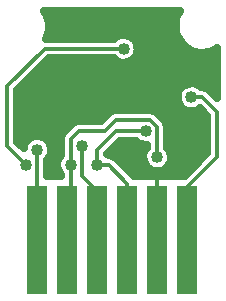
<source format=gbr>
G04 DipTrace 2.4.0.2*
%INBottom.gbr*%
%MOIN*%
%ADD13C,0.013*%
%ADD14C,0.025*%
%ADD16R,0.065X0.36*%
%ADD20C,0.04*%
%FSLAX44Y44*%
G04*
G70*
G90*
G75*
G01*
%LNBottom*%
%LPD*%
X1500Y1875D2*
D13*
Y3875D1*
X2250Y4625D1*
Y6875D1*
X1500Y7625D1*
X-1125D1*
X-500Y4375D2*
Y4875D1*
X125Y5500D1*
X1125D1*
X500Y1875D2*
Y3750D1*
X-125Y4375D1*
X-500D1*
X-1500Y1875D2*
X-1375D1*
Y4375D1*
Y5250D1*
X-1125Y5500D1*
X-250D1*
X125Y5875D1*
X1250D1*
X1500Y5625D1*
Y4625D1*
X-500Y1875D2*
Y3500D1*
X-1000Y4000D1*
Y5000D1*
X2500Y1875D2*
Y3625D1*
X3500Y4625D1*
Y6125D1*
X3000Y6625D1*
X2625D1*
X-2875Y4375D2*
X-3500Y5000D1*
Y7000D1*
X-2250Y8250D1*
X375D1*
X-2500Y1875D2*
Y4875D1*
D20*
X-2875Y4375D3*
X375Y8250D3*
X-2000Y4375D3*
X-1125Y7625D3*
X2625Y6625D3*
X1125Y5500D3*
X-500Y4375D3*
X-1000Y5000D3*
X-2500Y4875D3*
X-1375Y4375D3*
X1500Y4625D3*
X-2121Y9251D2*
D14*
X2121D1*
X-2086Y9003D2*
X2086D1*
X-2121Y8754D2*
X2121D1*
X789Y8505D2*
X2235D1*
X863Y8257D2*
X2485D1*
X796Y8008D2*
X3475D1*
X-2250Y7759D2*
X3475D1*
X-2496Y7510D2*
X3475D1*
X-2746Y7262D2*
X3475D1*
X-2996Y7013D2*
X2344D1*
X2906D2*
X3475D1*
X-3145Y6764D2*
X2157D1*
X-3145Y6516D2*
X2149D1*
X-3145Y6267D2*
X2305D1*
X-3145Y6018D2*
X-222D1*
X1597D2*
X3114D1*
X-3145Y5770D2*
X-1339D1*
X1820D2*
X3145D1*
X-3145Y5521D2*
X-1597D1*
X1855D2*
X3145D1*
X-3145Y5272D2*
X-2765D1*
X-2235D2*
X-1730D1*
X1855D2*
X3145D1*
X-2036Y5024D2*
X-1730D1*
X140D2*
X1145D1*
X1855D2*
X3145D1*
X-2020Y4775D2*
X-1730D1*
X-110D2*
X1036D1*
X1964D2*
X3145D1*
X-2145Y4526D2*
X-1839D1*
X214D2*
X1020D1*
X1980D2*
X2911D1*
X-2145Y4278D2*
X-1855D1*
X464D2*
X1164D1*
X1836D2*
X2661D1*
X-2145Y4029D2*
X-1730D1*
X714D2*
X2411D1*
X-2119Y8875D2*
X-2145Y8753D1*
X-2219Y8578D1*
X-375Y8580D1*
X51D1*
X83Y8612D1*
X189Y8676D1*
X309Y8710D1*
X434Y8711D1*
X554Y8679D1*
X662Y8616D1*
X749Y8527D1*
X809Y8418D1*
X838Y8297D1*
X840Y8250D1*
X823Y8127D1*
X774Y8012D1*
X697Y7914D1*
X596Y7841D1*
X480Y7797D1*
X355Y7785D1*
X233Y7807D1*
X120Y7861D1*
X53Y7920D1*
X-2113D1*
X-3168Y6865D1*
X-3170Y5137D1*
X-2960Y4927D1*
X-2936Y5036D1*
X-2878Y5146D1*
X-2792Y5237D1*
X-2686Y5301D1*
X-2566Y5335D1*
X-2441Y5336D1*
X-2321Y5304D1*
X-2213Y5241D1*
X-2126Y5152D1*
X-2066Y5043D1*
X-2037Y4922D1*
X-2035Y4875D1*
X-2052Y4752D1*
X-2101Y4637D1*
X-2171Y4548D1*
X-2170Y3996D1*
X-1705Y4000D1*
Y4051D1*
X-1793Y4171D1*
X-1832Y4290D1*
X-1838Y4414D1*
X-1811Y4536D1*
X-1753Y4646D1*
X-1708Y4694D1*
X-1705Y5250D1*
X-1682Y5372D1*
X-1608Y5483D1*
X-1358Y5733D1*
X-1256Y5803D1*
X-1125Y5830D1*
X-387D1*
X-108Y6108D1*
X-6Y6178D1*
X125Y6205D1*
X1250D1*
X1372Y6182D1*
X1483Y6108D1*
X1733Y5858D1*
X1803Y5756D1*
X1830Y5625D1*
Y4949D1*
X1874Y4902D1*
X1934Y4793D1*
X1963Y4672D1*
X1965Y4625D1*
X1948Y4502D1*
X1899Y4387D1*
X1822Y4289D1*
X1721Y4216D1*
X1605Y4172D1*
X1480Y4160D1*
X1358Y4182D1*
X1245Y4236D1*
X1151Y4318D1*
X1082Y4421D1*
X1043Y4540D1*
X1037Y4664D1*
X1064Y4786D1*
X1122Y4896D1*
X1167Y4944D1*
X1170Y5035D1*
X1105D1*
X983Y5057D1*
X870Y5111D1*
X803Y5170D1*
X262D1*
X-169Y4739D1*
X-125Y4705D1*
X-3Y4682D1*
X108Y4608D1*
X719Y3998D1*
X2410Y4000D1*
X3170Y4762D1*
Y5988D1*
X2905Y6253D1*
X2846Y6216D1*
X2730Y6172D1*
X2605Y6160D1*
X2483Y6182D1*
X2370Y6236D1*
X2276Y6318D1*
X2207Y6421D1*
X2168Y6540D1*
X2162Y6664D1*
X2189Y6786D1*
X2247Y6896D1*
X2333Y6987D1*
X2439Y7051D1*
X2559Y7085D1*
X2684Y7086D1*
X2804Y7054D1*
X2912Y6991D1*
X2947Y6955D1*
X3000D1*
X3122Y6932D1*
X3233Y6858D1*
X3501Y6590D1*
X3500Y8262D1*
X3385Y8198D1*
X3269Y8152D1*
X3147Y8122D1*
X3023Y8110D1*
X2898Y8116D1*
X2775Y8139D1*
X2657Y8179D1*
X2546Y8235D1*
X2443Y8306D1*
X2351Y8391D1*
X2272Y8488D1*
X2208Y8595D1*
X2159Y8709D1*
X2126Y8830D1*
X2111Y8954D1*
X2114Y9079D1*
X2133Y9202D1*
X2170Y9322D1*
X2223Y9435D1*
X2268Y9503D1*
X1750Y9500D1*
X-2262D1*
X-2175Y9334D1*
X-2136Y9215D1*
X-2115Y9092D1*
X-2110Y9000D1*
X-2119Y8875D1*
D16*
X2500Y1875D3*
X1500D3*
X500D3*
X-500D3*
X-1500D3*
X-2500D3*
M02*

</source>
